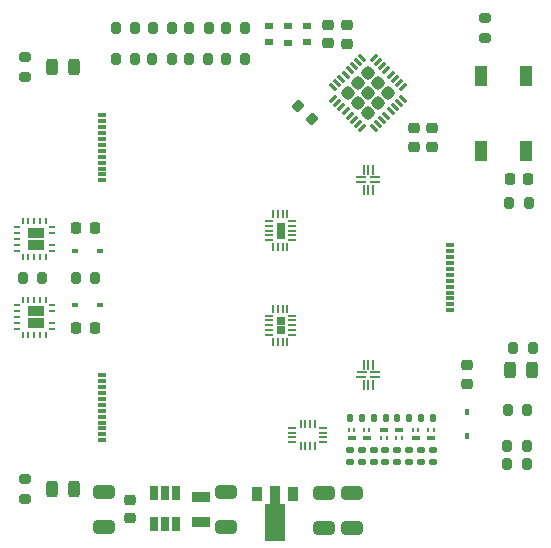
<source format=gtp>
G04 #@! TF.GenerationSoftware,KiCad,Pcbnew,6.0.9-8da3e8f707~116~ubuntu20.04.1*
G04 #@! TF.CreationDate,2022-11-26T18:10:52+02:00*
G04 #@! TF.ProjectId,USB-TypeC-Switch,5553422d-5479-4706-9543-2d5377697463,rev?*
G04 #@! TF.SameCoordinates,Original*
G04 #@! TF.FileFunction,Paste,Top*
G04 #@! TF.FilePolarity,Positive*
%FSLAX46Y46*%
G04 Gerber Fmt 4.6, Leading zero omitted, Abs format (unit mm)*
G04 Created by KiCad (PCBNEW 6.0.9-8da3e8f707~116~ubuntu20.04.1) date 2022-11-26 18:10:52*
%MOMM*%
%LPD*%
G01*
G04 APERTURE LIST*
G04 Aperture macros list*
%AMRoundRect*
0 Rectangle with rounded corners*
0 $1 Rounding radius*
0 $2 $3 $4 $5 $6 $7 $8 $9 X,Y pos of 4 corners*
0 Add a 4 corners polygon primitive as box body*
4,1,4,$2,$3,$4,$5,$6,$7,$8,$9,$2,$3,0*
0 Add four circle primitives for the rounded corners*
1,1,$1+$1,$2,$3*
1,1,$1+$1,$4,$5*
1,1,$1+$1,$6,$7*
1,1,$1+$1,$8,$9*
0 Add four rect primitives between the rounded corners*
20,1,$1+$1,$2,$3,$4,$5,0*
20,1,$1+$1,$4,$5,$6,$7,0*
20,1,$1+$1,$6,$7,$8,$9,0*
20,1,$1+$1,$8,$9,$2,$3,0*%
%AMFreePoly0*
4,1,9,3.862500,-0.866500,0.737500,-0.866500,0.737500,-0.450000,-0.737500,-0.450000,-0.737500,0.450000,0.737500,0.450000,0.737500,0.866500,3.862500,0.866500,3.862500,-0.866500,3.862500,-0.866500,$1*%
G04 Aperture macros list end*
%ADD10C,0.010000*%
%ADD11R,0.700000X0.320000*%
%ADD12RoundRect,0.200000X0.200000X0.275000X-0.200000X0.275000X-0.200000X-0.275000X0.200000X-0.275000X0*%
%ADD13R,0.178600X0.604799*%
%ADD14R,0.604799X0.178600*%
%ADD15R,1.346200X0.812800*%
%ADD16RoundRect,0.200000X-0.200000X-0.275000X0.200000X-0.275000X0.200000X0.275000X-0.200000X0.275000X0*%
%ADD17RoundRect,0.225000X0.250000X-0.225000X0.250000X0.225000X-0.250000X0.225000X-0.250000X-0.225000X0*%
%ADD18R,0.200000X0.800000*%
%ADD19R,0.800000X0.200000*%
%ADD20RoundRect,0.218750X0.581250X-0.218750X0.581250X0.218750X-0.581250X0.218750X-0.581250X-0.218750X0*%
%ADD21R,0.650000X1.220000*%
%ADD22RoundRect,0.243750X-0.243750X-0.456250X0.243750X-0.456250X0.243750X0.456250X-0.243750X0.456250X0*%
%ADD23RoundRect,0.200000X-0.275000X0.200000X-0.275000X-0.200000X0.275000X-0.200000X0.275000X0.200000X0*%
%ADD24RoundRect,0.243750X0.243750X0.456250X-0.243750X0.456250X-0.243750X-0.456250X0.243750X-0.456250X0*%
%ADD25RoundRect,0.242500X0.000000X0.342947X-0.342947X0.000000X0.000000X-0.342947X0.342947X0.000000X0*%
%ADD26RoundRect,0.062500X0.194454X0.282843X-0.282843X-0.194454X-0.194454X-0.282843X0.282843X0.194454X0*%
%ADD27RoundRect,0.062500X-0.194454X0.282843X-0.282843X0.194454X0.194454X-0.282843X0.282843X-0.194454X0*%
%ADD28RoundRect,0.225000X-0.250000X0.225000X-0.250000X-0.225000X0.250000X-0.225000X0.250000X0.225000X0*%
%ADD29RoundRect,0.200000X0.275000X-0.200000X0.275000X0.200000X-0.275000X0.200000X-0.275000X-0.200000X0*%
%ADD30R,1.000000X1.700000*%
%ADD31R,0.710000X0.200000*%
%ADD32R,0.200000X0.710000*%
%ADD33RoundRect,0.200000X-0.335876X-0.053033X-0.053033X-0.335876X0.335876X0.053033X0.053033X0.335876X0*%
%ADD34R,0.914400X0.225000*%
%ADD35R,0.812800X0.225000*%
%ADD36R,0.225000X0.812800*%
%ADD37RoundRect,0.225000X0.225000X0.250000X-0.225000X0.250000X-0.225000X-0.250000X0.225000X-0.250000X0*%
%ADD38R,0.600000X0.450000*%
%ADD39R,0.450000X0.600000*%
%ADD40RoundRect,0.249999X-0.650001X0.325001X-0.650001X-0.325001X0.650001X-0.325001X0.650001X0.325001X0*%
%ADD41RoundRect,0.249999X0.650001X-0.325001X0.650001X0.325001X-0.650001X0.325001X-0.650001X-0.325001X0*%
%ADD42R,0.900000X1.300000*%
%ADD43FreePoly0,270.000000*%
%ADD44RoundRect,0.218750X0.218750X0.256250X-0.218750X0.256250X-0.218750X-0.256250X0.218750X-0.256250X0*%
%ADD45RoundRect,0.218750X0.256250X-0.218750X0.256250X0.218750X-0.256250X0.218750X-0.256250X-0.218750X0*%
%ADD46RoundRect,0.135000X0.135000X0.185000X-0.135000X0.185000X-0.135000X-0.185000X0.135000X-0.185000X0*%
%ADD47R,0.700000X0.600000*%
%ADD48RoundRect,0.135000X0.185000X-0.135000X0.185000X0.135000X-0.185000X0.135000X-0.185000X-0.135000X0*%
%ADD49R,0.250000X0.400000*%
%ADD50R,0.700000X0.400000*%
%ADD51RoundRect,0.135000X-0.135000X-0.185000X0.135000X-0.185000X0.135000X0.185000X-0.135000X0.185000X0*%
G04 APERTURE END LIST*
G36*
X55650000Y-106940000D02*
G01*
X55050000Y-106940000D01*
X55050000Y-106340000D01*
X55650000Y-106340000D01*
X55650000Y-106940000D01*
G37*
D10*
X55650000Y-106940000D02*
X55050000Y-106940000D01*
X55050000Y-106340000D01*
X55650000Y-106340000D01*
X55650000Y-106940000D01*
G36*
X55650000Y-107660000D02*
G01*
X55050000Y-107660000D01*
X55050000Y-107060000D01*
X55650000Y-107060000D01*
X55650000Y-107660000D01*
G37*
X55650000Y-107660000D02*
X55050000Y-107660000D01*
X55050000Y-107060000D01*
X55650000Y-107060000D01*
X55650000Y-107660000D01*
G36*
X55650000Y-114940000D02*
G01*
X55050000Y-114940000D01*
X55050000Y-114340000D01*
X55650000Y-114340000D01*
X55650000Y-114940000D01*
G37*
X55650000Y-114940000D02*
X55050000Y-114940000D01*
X55050000Y-114340000D01*
X55650000Y-114340000D01*
X55650000Y-114940000D01*
G36*
X55650000Y-115660000D02*
G01*
X55050000Y-115660000D01*
X55050000Y-115060000D01*
X55650000Y-115060000D01*
X55650000Y-115660000D01*
G37*
X55650000Y-115660000D02*
X55050000Y-115660000D01*
X55050000Y-115060000D01*
X55650000Y-115060000D01*
X55650000Y-115660000D01*
D11*
X40240000Y-97250000D03*
X40240000Y-97750000D03*
X40240000Y-98250000D03*
X40240000Y-98750000D03*
X40240000Y-99250000D03*
X40240000Y-99750000D03*
X40240000Y-100250000D03*
X40240000Y-100750000D03*
X40240000Y-101250000D03*
X40240000Y-101750000D03*
X40240000Y-102250000D03*
X40240000Y-102750000D03*
D12*
X74605000Y-122230000D03*
X76255000Y-122230000D03*
X52405000Y-92490000D03*
X50755000Y-92490000D03*
X49270000Y-92490000D03*
X47620000Y-92490000D03*
D13*
X35530001Y-106223800D03*
X35029999Y-106223800D03*
X34530000Y-106223800D03*
X34030001Y-106223800D03*
X33529999Y-106223800D03*
D14*
X33033800Y-106719999D03*
X33033800Y-107220001D03*
X33033800Y-107720000D03*
X33033800Y-108219999D03*
X33033800Y-108720001D03*
D13*
X33529999Y-109216200D03*
X34030001Y-109216200D03*
X34530000Y-109216200D03*
X35029999Y-109216200D03*
X35530001Y-109216200D03*
D14*
X36026200Y-108720001D03*
X36026200Y-108219999D03*
X36026200Y-107220001D03*
X36026200Y-106719999D03*
D15*
X34700000Y-107200000D03*
X34700000Y-108240000D03*
D11*
X69760000Y-113750000D03*
X69760000Y-113250000D03*
X69760000Y-112750000D03*
X69760000Y-112250000D03*
X69760000Y-111750000D03*
X69760000Y-111250000D03*
X69760000Y-110750000D03*
X69760000Y-110250000D03*
X69760000Y-109750000D03*
X69760000Y-109250000D03*
X69760000Y-108750000D03*
X69760000Y-108250000D03*
D13*
X35530001Y-112843800D03*
X35029999Y-112843800D03*
X34530000Y-112843800D03*
X34030001Y-112843800D03*
X33529999Y-112843800D03*
D14*
X33033800Y-113339999D03*
X33033800Y-113840001D03*
X33033800Y-114340000D03*
X33033800Y-114839999D03*
X33033800Y-115340001D03*
D13*
X33529999Y-115836200D03*
X34030001Y-115836200D03*
X34530000Y-115836200D03*
X35029999Y-115836200D03*
X35530001Y-115836200D03*
D14*
X36026200Y-115340001D03*
X36026200Y-114839999D03*
X36026200Y-113840001D03*
X36026200Y-113339999D03*
D15*
X34700000Y-113820000D03*
X34700000Y-114860000D03*
D11*
X40240000Y-119250000D03*
X40240000Y-119750000D03*
X40240000Y-120250000D03*
X40240000Y-120750000D03*
X40240000Y-121250000D03*
X40240000Y-121750000D03*
X40240000Y-122250000D03*
X40240000Y-122750000D03*
X40240000Y-123250000D03*
X40240000Y-123750000D03*
X40240000Y-124250000D03*
X40240000Y-124750000D03*
D16*
X74550000Y-125220000D03*
X76200000Y-125220000D03*
D12*
X74560000Y-126800000D03*
X76210000Y-126800000D03*
D17*
X59390000Y-91155000D03*
X59390000Y-89605000D03*
D18*
X58274000Y-123400000D03*
X57874000Y-123400000D03*
X57474000Y-123400000D03*
X57074000Y-123400000D03*
D19*
X56374000Y-123700000D03*
X56374000Y-124100000D03*
X56374000Y-124500000D03*
X56374000Y-124900000D03*
D18*
X57074000Y-125200000D03*
X57474000Y-125200000D03*
X57874000Y-125200000D03*
X58274000Y-125200000D03*
D19*
X58974000Y-124900000D03*
X58974000Y-124500000D03*
X58974000Y-124100000D03*
X58974000Y-123700000D03*
D12*
X39705000Y-111030000D03*
X38055000Y-111030000D03*
D16*
X33565000Y-111030000D03*
X35215000Y-111030000D03*
D12*
X46175000Y-92510000D03*
X44525000Y-92510000D03*
X43085000Y-92500000D03*
X41435000Y-92500000D03*
X43085000Y-89890000D03*
X41435000Y-89890000D03*
X46185000Y-89890000D03*
X44535000Y-89890000D03*
D20*
X48610000Y-131662500D03*
X48610000Y-129537500D03*
D21*
X46560000Y-129230000D03*
X45610000Y-129230000D03*
X44660000Y-129230000D03*
X44660000Y-131850000D03*
X45610000Y-131850000D03*
X46560000Y-131850000D03*
D17*
X42620000Y-131375000D03*
X42620000Y-129825000D03*
D22*
X74782500Y-118840000D03*
X76657500Y-118840000D03*
D23*
X33730000Y-128035000D03*
X33730000Y-129685000D03*
D24*
X37887500Y-93130000D03*
X36012500Y-93130000D03*
D23*
X33730000Y-92315000D03*
X33730000Y-93965000D03*
D25*
X62785025Y-95350000D03*
X61087969Y-95350000D03*
X62785025Y-97047056D03*
X61936497Y-96198528D03*
X63633553Y-96198528D03*
X64482081Y-95350000D03*
X61936497Y-94501472D03*
X63633553Y-94501472D03*
X62785025Y-93652944D03*
D26*
X65754873Y-94855025D03*
X65401320Y-94501472D03*
X65047767Y-94147918D03*
X64694213Y-93794365D03*
X64340660Y-93440812D03*
X63987107Y-93087258D03*
X63633553Y-92733705D03*
X63280000Y-92380152D03*
D27*
X62290050Y-92380152D03*
X61936497Y-92733705D03*
X61582943Y-93087258D03*
X61229390Y-93440812D03*
X60875837Y-93794365D03*
X60522283Y-94147918D03*
X60168730Y-94501472D03*
X59815177Y-94855025D03*
D26*
X59815177Y-95844975D03*
X60168730Y-96198528D03*
X60522283Y-96552082D03*
X60875837Y-96905635D03*
X61229390Y-97259188D03*
X61582943Y-97612742D03*
X61936497Y-97966295D03*
X62290050Y-98319848D03*
D27*
X63280000Y-98319848D03*
X63633553Y-97966295D03*
X63987107Y-97612742D03*
X64340660Y-97259188D03*
X64694213Y-96905635D03*
X65047767Y-96552082D03*
X65401320Y-96198528D03*
X65754873Y-95844975D03*
D16*
X75085000Y-116960000D03*
X76735000Y-116960000D03*
X74755000Y-104650000D03*
X76405000Y-104650000D03*
D17*
X60990000Y-91175000D03*
X60990000Y-89625000D03*
D28*
X66700000Y-98355000D03*
X66700000Y-99905000D03*
X68230000Y-98355000D03*
X68230000Y-99905000D03*
D29*
X72650000Y-89005000D03*
X72650000Y-90655000D03*
D30*
X76170000Y-93950000D03*
X76170000Y-100250000D03*
X72370000Y-93950000D03*
X72370000Y-100250000D03*
D31*
X56345000Y-107800000D03*
X56345000Y-107400000D03*
X56345000Y-107000000D03*
X56345000Y-106600000D03*
X56345000Y-106200000D03*
D32*
X55950000Y-105605000D03*
X55550000Y-105605000D03*
X55150000Y-105605000D03*
X54750000Y-105605000D03*
D31*
X54355000Y-106200000D03*
X54355000Y-106600000D03*
X54355000Y-107000000D03*
X54355000Y-107400000D03*
X54355000Y-107800000D03*
D32*
X54750000Y-108395000D03*
X55150000Y-108395000D03*
X55550000Y-108395000D03*
X55950000Y-108395000D03*
D12*
X52385000Y-89860000D03*
X50735000Y-89860000D03*
X49275000Y-89860000D03*
X47625000Y-89860000D03*
D33*
X58043363Y-97593363D03*
X56876637Y-96426637D03*
D34*
X63346100Y-102900000D03*
D35*
X63396900Y-102500000D03*
D36*
X63199999Y-101839900D03*
X62800000Y-101839900D03*
X62400001Y-101839900D03*
D35*
X62203100Y-102500000D03*
X62203100Y-102900000D03*
D36*
X62400001Y-103560100D03*
X62800000Y-103560100D03*
X63199999Y-103560100D03*
D34*
X62253900Y-119000000D03*
D35*
X62203100Y-119400000D03*
D36*
X62400001Y-120060100D03*
X62800000Y-120060100D03*
X63199999Y-120060100D03*
D35*
X63396900Y-119400000D03*
X63396900Y-119000000D03*
D36*
X63199999Y-118339900D03*
X62800000Y-118339900D03*
X62400001Y-118339900D03*
D37*
X76345000Y-102670000D03*
X74795000Y-102670000D03*
D38*
X40050000Y-108730000D03*
X37950000Y-108730000D03*
X40050000Y-113310000D03*
X37950000Y-113310000D03*
D39*
X71190000Y-122330000D03*
X71190000Y-124430000D03*
D31*
X56345000Y-115800000D03*
X56345000Y-115400000D03*
X56345000Y-115000000D03*
X56345000Y-114600000D03*
X56345000Y-114200000D03*
D32*
X55950000Y-113605000D03*
X55550000Y-113605000D03*
X55150000Y-113605000D03*
X54750000Y-113605000D03*
D31*
X54355000Y-114200000D03*
X54355000Y-114600000D03*
X54355000Y-115000000D03*
X54355000Y-115400000D03*
X54355000Y-115800000D03*
D32*
X54750000Y-116395000D03*
X55150000Y-116395000D03*
X55550000Y-116395000D03*
X55950000Y-116395000D03*
D40*
X50720000Y-129175000D03*
X50720000Y-132125000D03*
X40430000Y-129145000D03*
X40430000Y-132095000D03*
D24*
X37887500Y-128870000D03*
X36012500Y-128870000D03*
D41*
X59020000Y-132195000D03*
X59020000Y-129245000D03*
D42*
X56420000Y-129290000D03*
D43*
X54920000Y-129377500D03*
D42*
X53420000Y-129290000D03*
D41*
X61420000Y-132185000D03*
X61420000Y-129235000D03*
D44*
X39647500Y-106780000D03*
X38072500Y-106780000D03*
X39647500Y-115260000D03*
X38072500Y-115260000D03*
D45*
X71120000Y-119947500D03*
X71120000Y-118372500D03*
D46*
X66250000Y-122910000D03*
X65230000Y-122910000D03*
D47*
X56010000Y-91080000D03*
X56010000Y-89680000D03*
D48*
X68250000Y-125540000D03*
X68250000Y-126560000D03*
X64250000Y-126560000D03*
X64250000Y-125540000D03*
X61250000Y-126560000D03*
X61250000Y-125540000D03*
D49*
X67050000Y-123900000D03*
X66600000Y-123900000D03*
D50*
X66825000Y-124600000D03*
X68100000Y-124600000D03*
D49*
X67875000Y-123900000D03*
X68325000Y-123900000D03*
D48*
X66250000Y-126560000D03*
X66250000Y-125540000D03*
D49*
X62900000Y-123900000D03*
X62450000Y-123900000D03*
D50*
X62675000Y-124600000D03*
D49*
X61625000Y-123900000D03*
X61175000Y-123900000D03*
D50*
X61400000Y-124600000D03*
D48*
X63250000Y-126560000D03*
X63250000Y-125540000D03*
X62250000Y-126560000D03*
X62250000Y-125540000D03*
D47*
X54370000Y-89670000D03*
X54370000Y-91070000D03*
D49*
X63900000Y-124600000D03*
X64350000Y-124600000D03*
D50*
X64125000Y-123900000D03*
D48*
X67250000Y-126560000D03*
X67250000Y-125540000D03*
D51*
X63280000Y-122910000D03*
X64300000Y-122910000D03*
D47*
X57610000Y-89670000D03*
X57610000Y-91070000D03*
D51*
X68250000Y-122910000D03*
X67230000Y-122910000D03*
D49*
X65175000Y-124600000D03*
X65625000Y-124600000D03*
D50*
X65400000Y-123900000D03*
D46*
X62260000Y-122910000D03*
X61240000Y-122910000D03*
D48*
X65250000Y-126560000D03*
X65250000Y-125540000D03*
M02*

</source>
